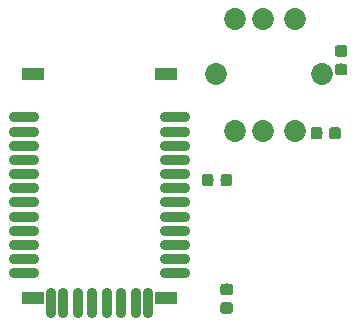
<source format=gbs>
G04 #@! TF.GenerationSoftware,KiCad,Pcbnew,(5.0.2)-1*
G04 #@! TF.CreationDate,2019-05-31T16:15:03-05:00*
G04 #@! TF.ProjectId,ppg,7070672e-6b69-4636-9164-5f7063625858,V01*
G04 #@! TF.SameCoordinates,Original*
G04 #@! TF.FileFunction,Soldermask,Bot*
G04 #@! TF.FilePolarity,Negative*
%FSLAX46Y46*%
G04 Gerber Fmt 4.6, Leading zero omitted, Abs format (unit mm)*
G04 Created by KiCad (PCBNEW (5.0.2)-1) date 5/31/2019 4:15:03 PM*
%MOMM*%
%LPD*%
G01*
G04 APERTURE LIST*
%ADD10C,0.100000*%
%ADD11C,0.976600*%
%ADD12O,2.601600X0.901600*%
%ADD13O,0.901600X2.601600*%
%ADD14R,1.901600X1.101600*%
%ADD15C,1.851600*%
G04 APERTURE END LIST*
D10*
G04 #@! TO.C,C1*
G36*
X125235581Y-117717876D02*
X125259281Y-117721391D01*
X125282523Y-117727213D01*
X125305082Y-117735285D01*
X125326742Y-117745529D01*
X125347292Y-117757847D01*
X125366537Y-117772119D01*
X125384290Y-117788210D01*
X125400381Y-117805963D01*
X125414653Y-117825208D01*
X125426971Y-117845758D01*
X125437215Y-117867418D01*
X125445287Y-117889977D01*
X125451109Y-117913219D01*
X125454624Y-117936919D01*
X125455800Y-117960850D01*
X125455800Y-118449150D01*
X125454624Y-118473081D01*
X125451109Y-118496781D01*
X125445287Y-118520023D01*
X125437215Y-118542582D01*
X125426971Y-118564242D01*
X125414653Y-118584792D01*
X125400381Y-118604037D01*
X125384290Y-118621790D01*
X125366537Y-118637881D01*
X125347292Y-118652153D01*
X125326742Y-118664471D01*
X125305082Y-118674715D01*
X125282523Y-118682787D01*
X125259281Y-118688609D01*
X125235581Y-118692124D01*
X125211650Y-118693300D01*
X124648350Y-118693300D01*
X124624419Y-118692124D01*
X124600719Y-118688609D01*
X124577477Y-118682787D01*
X124554918Y-118674715D01*
X124533258Y-118664471D01*
X124512708Y-118652153D01*
X124493463Y-118637881D01*
X124475710Y-118621790D01*
X124459619Y-118604037D01*
X124445347Y-118584792D01*
X124433029Y-118564242D01*
X124422785Y-118542582D01*
X124414713Y-118520023D01*
X124408891Y-118496781D01*
X124405376Y-118473081D01*
X124404200Y-118449150D01*
X124404200Y-117960850D01*
X124405376Y-117936919D01*
X124408891Y-117913219D01*
X124414713Y-117889977D01*
X124422785Y-117867418D01*
X124433029Y-117845758D01*
X124445347Y-117825208D01*
X124459619Y-117805963D01*
X124475710Y-117788210D01*
X124493463Y-117772119D01*
X124512708Y-117757847D01*
X124533258Y-117745529D01*
X124554918Y-117735285D01*
X124577477Y-117727213D01*
X124600719Y-117721391D01*
X124624419Y-117717876D01*
X124648350Y-117716700D01*
X125211650Y-117716700D01*
X125235581Y-117717876D01*
X125235581Y-117717876D01*
G37*
D11*
X124930000Y-118205000D03*
D10*
G36*
X125235581Y-116142876D02*
X125259281Y-116146391D01*
X125282523Y-116152213D01*
X125305082Y-116160285D01*
X125326742Y-116170529D01*
X125347292Y-116182847D01*
X125366537Y-116197119D01*
X125384290Y-116213210D01*
X125400381Y-116230963D01*
X125414653Y-116250208D01*
X125426971Y-116270758D01*
X125437215Y-116292418D01*
X125445287Y-116314977D01*
X125451109Y-116338219D01*
X125454624Y-116361919D01*
X125455800Y-116385850D01*
X125455800Y-116874150D01*
X125454624Y-116898081D01*
X125451109Y-116921781D01*
X125445287Y-116945023D01*
X125437215Y-116967582D01*
X125426971Y-116989242D01*
X125414653Y-117009792D01*
X125400381Y-117029037D01*
X125384290Y-117046790D01*
X125366537Y-117062881D01*
X125347292Y-117077153D01*
X125326742Y-117089471D01*
X125305082Y-117099715D01*
X125282523Y-117107787D01*
X125259281Y-117113609D01*
X125235581Y-117117124D01*
X125211650Y-117118300D01*
X124648350Y-117118300D01*
X124624419Y-117117124D01*
X124600719Y-117113609D01*
X124577477Y-117107787D01*
X124554918Y-117099715D01*
X124533258Y-117089471D01*
X124512708Y-117077153D01*
X124493463Y-117062881D01*
X124475710Y-117046790D01*
X124459619Y-117029037D01*
X124445347Y-117009792D01*
X124433029Y-116989242D01*
X124422785Y-116967582D01*
X124414713Y-116945023D01*
X124408891Y-116921781D01*
X124405376Y-116898081D01*
X124404200Y-116874150D01*
X124404200Y-116385850D01*
X124405376Y-116361919D01*
X124408891Y-116338219D01*
X124414713Y-116314977D01*
X124422785Y-116292418D01*
X124433029Y-116270758D01*
X124445347Y-116250208D01*
X124459619Y-116230963D01*
X124475710Y-116213210D01*
X124493463Y-116197119D01*
X124512708Y-116182847D01*
X124533258Y-116170529D01*
X124554918Y-116160285D01*
X124577477Y-116152213D01*
X124600719Y-116146391D01*
X124624419Y-116142876D01*
X124648350Y-116141700D01*
X125211650Y-116141700D01*
X125235581Y-116142876D01*
X125235581Y-116142876D01*
G37*
D11*
X124930000Y-116630000D03*
G04 #@! TD*
D10*
G04 #@! TO.C,C4*
G36*
X134935581Y-95947876D02*
X134959281Y-95951391D01*
X134982523Y-95957213D01*
X135005082Y-95965285D01*
X135026742Y-95975529D01*
X135047292Y-95987847D01*
X135066537Y-96002119D01*
X135084290Y-96018210D01*
X135100381Y-96035963D01*
X135114653Y-96055208D01*
X135126971Y-96075758D01*
X135137215Y-96097418D01*
X135145287Y-96119977D01*
X135151109Y-96143219D01*
X135154624Y-96166919D01*
X135155800Y-96190850D01*
X135155800Y-96679150D01*
X135154624Y-96703081D01*
X135151109Y-96726781D01*
X135145287Y-96750023D01*
X135137215Y-96772582D01*
X135126971Y-96794242D01*
X135114653Y-96814792D01*
X135100381Y-96834037D01*
X135084290Y-96851790D01*
X135066537Y-96867881D01*
X135047292Y-96882153D01*
X135026742Y-96894471D01*
X135005082Y-96904715D01*
X134982523Y-96912787D01*
X134959281Y-96918609D01*
X134935581Y-96922124D01*
X134911650Y-96923300D01*
X134348350Y-96923300D01*
X134324419Y-96922124D01*
X134300719Y-96918609D01*
X134277477Y-96912787D01*
X134254918Y-96904715D01*
X134233258Y-96894471D01*
X134212708Y-96882153D01*
X134193463Y-96867881D01*
X134175710Y-96851790D01*
X134159619Y-96834037D01*
X134145347Y-96814792D01*
X134133029Y-96794242D01*
X134122785Y-96772582D01*
X134114713Y-96750023D01*
X134108891Y-96726781D01*
X134105376Y-96703081D01*
X134104200Y-96679150D01*
X134104200Y-96190850D01*
X134105376Y-96166919D01*
X134108891Y-96143219D01*
X134114713Y-96119977D01*
X134122785Y-96097418D01*
X134133029Y-96075758D01*
X134145347Y-96055208D01*
X134159619Y-96035963D01*
X134175710Y-96018210D01*
X134193463Y-96002119D01*
X134212708Y-95987847D01*
X134233258Y-95975529D01*
X134254918Y-95965285D01*
X134277477Y-95957213D01*
X134300719Y-95951391D01*
X134324419Y-95947876D01*
X134348350Y-95946700D01*
X134911650Y-95946700D01*
X134935581Y-95947876D01*
X134935581Y-95947876D01*
G37*
D11*
X134630000Y-96435000D03*
D10*
G36*
X134935581Y-97522876D02*
X134959281Y-97526391D01*
X134982523Y-97532213D01*
X135005082Y-97540285D01*
X135026742Y-97550529D01*
X135047292Y-97562847D01*
X135066537Y-97577119D01*
X135084290Y-97593210D01*
X135100381Y-97610963D01*
X135114653Y-97630208D01*
X135126971Y-97650758D01*
X135137215Y-97672418D01*
X135145287Y-97694977D01*
X135151109Y-97718219D01*
X135154624Y-97741919D01*
X135155800Y-97765850D01*
X135155800Y-98254150D01*
X135154624Y-98278081D01*
X135151109Y-98301781D01*
X135145287Y-98325023D01*
X135137215Y-98347582D01*
X135126971Y-98369242D01*
X135114653Y-98389792D01*
X135100381Y-98409037D01*
X135084290Y-98426790D01*
X135066537Y-98442881D01*
X135047292Y-98457153D01*
X135026742Y-98469471D01*
X135005082Y-98479715D01*
X134982523Y-98487787D01*
X134959281Y-98493609D01*
X134935581Y-98497124D01*
X134911650Y-98498300D01*
X134348350Y-98498300D01*
X134324419Y-98497124D01*
X134300719Y-98493609D01*
X134277477Y-98487787D01*
X134254918Y-98479715D01*
X134233258Y-98469471D01*
X134212708Y-98457153D01*
X134193463Y-98442881D01*
X134175710Y-98426790D01*
X134159619Y-98409037D01*
X134145347Y-98389792D01*
X134133029Y-98369242D01*
X134122785Y-98347582D01*
X134114713Y-98325023D01*
X134108891Y-98301781D01*
X134105376Y-98278081D01*
X134104200Y-98254150D01*
X134104200Y-97765850D01*
X134105376Y-97741919D01*
X134108891Y-97718219D01*
X134114713Y-97694977D01*
X134122785Y-97672418D01*
X134133029Y-97650758D01*
X134145347Y-97630208D01*
X134159619Y-97610963D01*
X134175710Y-97593210D01*
X134193463Y-97577119D01*
X134212708Y-97562847D01*
X134233258Y-97550529D01*
X134254918Y-97540285D01*
X134277477Y-97532213D01*
X134300719Y-97526391D01*
X134324419Y-97522876D01*
X134348350Y-97521700D01*
X134911650Y-97521700D01*
X134935581Y-97522876D01*
X134935581Y-97522876D01*
G37*
D11*
X134630000Y-98010000D03*
G04 #@! TD*
D10*
G04 #@! TO.C,C5*
G36*
X134383081Y-102885376D02*
X134406781Y-102888891D01*
X134430023Y-102894713D01*
X134452582Y-102902785D01*
X134474242Y-102913029D01*
X134494792Y-102925347D01*
X134514037Y-102939619D01*
X134531790Y-102955710D01*
X134547881Y-102973463D01*
X134562153Y-102992708D01*
X134574471Y-103013258D01*
X134584715Y-103034918D01*
X134592787Y-103057477D01*
X134598609Y-103080719D01*
X134602124Y-103104419D01*
X134603300Y-103128350D01*
X134603300Y-103691650D01*
X134602124Y-103715581D01*
X134598609Y-103739281D01*
X134592787Y-103762523D01*
X134584715Y-103785082D01*
X134574471Y-103806742D01*
X134562153Y-103827292D01*
X134547881Y-103846537D01*
X134531790Y-103864290D01*
X134514037Y-103880381D01*
X134494792Y-103894653D01*
X134474242Y-103906971D01*
X134452582Y-103917215D01*
X134430023Y-103925287D01*
X134406781Y-103931109D01*
X134383081Y-103934624D01*
X134359150Y-103935800D01*
X133870850Y-103935800D01*
X133846919Y-103934624D01*
X133823219Y-103931109D01*
X133799977Y-103925287D01*
X133777418Y-103917215D01*
X133755758Y-103906971D01*
X133735208Y-103894653D01*
X133715963Y-103880381D01*
X133698210Y-103864290D01*
X133682119Y-103846537D01*
X133667847Y-103827292D01*
X133655529Y-103806742D01*
X133645285Y-103785082D01*
X133637213Y-103762523D01*
X133631391Y-103739281D01*
X133627876Y-103715581D01*
X133626700Y-103691650D01*
X133626700Y-103128350D01*
X133627876Y-103104419D01*
X133631391Y-103080719D01*
X133637213Y-103057477D01*
X133645285Y-103034918D01*
X133655529Y-103013258D01*
X133667847Y-102992708D01*
X133682119Y-102973463D01*
X133698210Y-102955710D01*
X133715963Y-102939619D01*
X133735208Y-102925347D01*
X133755758Y-102913029D01*
X133777418Y-102902785D01*
X133799977Y-102894713D01*
X133823219Y-102888891D01*
X133846919Y-102885376D01*
X133870850Y-102884200D01*
X134359150Y-102884200D01*
X134383081Y-102885376D01*
X134383081Y-102885376D01*
G37*
D11*
X134115000Y-103410000D03*
D10*
G36*
X132808081Y-102885376D02*
X132831781Y-102888891D01*
X132855023Y-102894713D01*
X132877582Y-102902785D01*
X132899242Y-102913029D01*
X132919792Y-102925347D01*
X132939037Y-102939619D01*
X132956790Y-102955710D01*
X132972881Y-102973463D01*
X132987153Y-102992708D01*
X132999471Y-103013258D01*
X133009715Y-103034918D01*
X133017787Y-103057477D01*
X133023609Y-103080719D01*
X133027124Y-103104419D01*
X133028300Y-103128350D01*
X133028300Y-103691650D01*
X133027124Y-103715581D01*
X133023609Y-103739281D01*
X133017787Y-103762523D01*
X133009715Y-103785082D01*
X132999471Y-103806742D01*
X132987153Y-103827292D01*
X132972881Y-103846537D01*
X132956790Y-103864290D01*
X132939037Y-103880381D01*
X132919792Y-103894653D01*
X132899242Y-103906971D01*
X132877582Y-103917215D01*
X132855023Y-103925287D01*
X132831781Y-103931109D01*
X132808081Y-103934624D01*
X132784150Y-103935800D01*
X132295850Y-103935800D01*
X132271919Y-103934624D01*
X132248219Y-103931109D01*
X132224977Y-103925287D01*
X132202418Y-103917215D01*
X132180758Y-103906971D01*
X132160208Y-103894653D01*
X132140963Y-103880381D01*
X132123210Y-103864290D01*
X132107119Y-103846537D01*
X132092847Y-103827292D01*
X132080529Y-103806742D01*
X132070285Y-103785082D01*
X132062213Y-103762523D01*
X132056391Y-103739281D01*
X132052876Y-103715581D01*
X132051700Y-103691650D01*
X132051700Y-103128350D01*
X132052876Y-103104419D01*
X132056391Y-103080719D01*
X132062213Y-103057477D01*
X132070285Y-103034918D01*
X132080529Y-103013258D01*
X132092847Y-102992708D01*
X132107119Y-102973463D01*
X132123210Y-102955710D01*
X132140963Y-102939619D01*
X132160208Y-102925347D01*
X132180758Y-102913029D01*
X132202418Y-102902785D01*
X132224977Y-102894713D01*
X132248219Y-102888891D01*
X132271919Y-102885376D01*
X132295850Y-102884200D01*
X132784150Y-102884200D01*
X132808081Y-102885376D01*
X132808081Y-102885376D01*
G37*
D11*
X132540000Y-103410000D03*
G04 #@! TD*
D10*
G04 #@! TO.C,R1*
G36*
X123590581Y-106855376D02*
X123614281Y-106858891D01*
X123637523Y-106864713D01*
X123660082Y-106872785D01*
X123681742Y-106883029D01*
X123702292Y-106895347D01*
X123721537Y-106909619D01*
X123739290Y-106925710D01*
X123755381Y-106943463D01*
X123769653Y-106962708D01*
X123781971Y-106983258D01*
X123792215Y-107004918D01*
X123800287Y-107027477D01*
X123806109Y-107050719D01*
X123809624Y-107074419D01*
X123810800Y-107098350D01*
X123810800Y-107661650D01*
X123809624Y-107685581D01*
X123806109Y-107709281D01*
X123800287Y-107732523D01*
X123792215Y-107755082D01*
X123781971Y-107776742D01*
X123769653Y-107797292D01*
X123755381Y-107816537D01*
X123739290Y-107834290D01*
X123721537Y-107850381D01*
X123702292Y-107864653D01*
X123681742Y-107876971D01*
X123660082Y-107887215D01*
X123637523Y-107895287D01*
X123614281Y-107901109D01*
X123590581Y-107904624D01*
X123566650Y-107905800D01*
X123078350Y-107905800D01*
X123054419Y-107904624D01*
X123030719Y-107901109D01*
X123007477Y-107895287D01*
X122984918Y-107887215D01*
X122963258Y-107876971D01*
X122942708Y-107864653D01*
X122923463Y-107850381D01*
X122905710Y-107834290D01*
X122889619Y-107816537D01*
X122875347Y-107797292D01*
X122863029Y-107776742D01*
X122852785Y-107755082D01*
X122844713Y-107732523D01*
X122838891Y-107709281D01*
X122835376Y-107685581D01*
X122834200Y-107661650D01*
X122834200Y-107098350D01*
X122835376Y-107074419D01*
X122838891Y-107050719D01*
X122844713Y-107027477D01*
X122852785Y-107004918D01*
X122863029Y-106983258D01*
X122875347Y-106962708D01*
X122889619Y-106943463D01*
X122905710Y-106925710D01*
X122923463Y-106909619D01*
X122942708Y-106895347D01*
X122963258Y-106883029D01*
X122984918Y-106872785D01*
X123007477Y-106864713D01*
X123030719Y-106858891D01*
X123054419Y-106855376D01*
X123078350Y-106854200D01*
X123566650Y-106854200D01*
X123590581Y-106855376D01*
X123590581Y-106855376D01*
G37*
D11*
X123322500Y-107380000D03*
D10*
G36*
X125165581Y-106855376D02*
X125189281Y-106858891D01*
X125212523Y-106864713D01*
X125235082Y-106872785D01*
X125256742Y-106883029D01*
X125277292Y-106895347D01*
X125296537Y-106909619D01*
X125314290Y-106925710D01*
X125330381Y-106943463D01*
X125344653Y-106962708D01*
X125356971Y-106983258D01*
X125367215Y-107004918D01*
X125375287Y-107027477D01*
X125381109Y-107050719D01*
X125384624Y-107074419D01*
X125385800Y-107098350D01*
X125385800Y-107661650D01*
X125384624Y-107685581D01*
X125381109Y-107709281D01*
X125375287Y-107732523D01*
X125367215Y-107755082D01*
X125356971Y-107776742D01*
X125344653Y-107797292D01*
X125330381Y-107816537D01*
X125314290Y-107834290D01*
X125296537Y-107850381D01*
X125277292Y-107864653D01*
X125256742Y-107876971D01*
X125235082Y-107887215D01*
X125212523Y-107895287D01*
X125189281Y-107901109D01*
X125165581Y-107904624D01*
X125141650Y-107905800D01*
X124653350Y-107905800D01*
X124629419Y-107904624D01*
X124605719Y-107901109D01*
X124582477Y-107895287D01*
X124559918Y-107887215D01*
X124538258Y-107876971D01*
X124517708Y-107864653D01*
X124498463Y-107850381D01*
X124480710Y-107834290D01*
X124464619Y-107816537D01*
X124450347Y-107797292D01*
X124438029Y-107776742D01*
X124427785Y-107755082D01*
X124419713Y-107732523D01*
X124413891Y-107709281D01*
X124410376Y-107685581D01*
X124409200Y-107661650D01*
X124409200Y-107098350D01*
X124410376Y-107074419D01*
X124413891Y-107050719D01*
X124419713Y-107027477D01*
X124427785Y-107004918D01*
X124438029Y-106983258D01*
X124450347Y-106962708D01*
X124464619Y-106943463D01*
X124480710Y-106925710D01*
X124498463Y-106909619D01*
X124517708Y-106895347D01*
X124538258Y-106883029D01*
X124559918Y-106872785D01*
X124582477Y-106864713D01*
X124605719Y-106858891D01*
X124629419Y-106855376D01*
X124653350Y-106854200D01*
X125141650Y-106854200D01*
X125165581Y-106855376D01*
X125165581Y-106855376D01*
G37*
D11*
X124897500Y-107380000D03*
G04 #@! TD*
D12*
G04 #@! TO.C,U1*
X120560000Y-102070000D03*
X120560000Y-103270000D03*
X120560000Y-104470000D03*
X120560000Y-105670000D03*
X120560000Y-106870000D03*
X120560000Y-108070000D03*
X120560000Y-109270000D03*
X120560000Y-110470000D03*
X120560000Y-111670000D03*
X120560000Y-112870000D03*
X120560000Y-114070000D03*
X120560000Y-115270000D03*
D13*
X118260000Y-117770000D03*
X117260000Y-117770000D03*
X115960000Y-117770000D03*
X114760000Y-117770000D03*
X113560000Y-117770000D03*
X112360000Y-117770000D03*
X111060000Y-117770000D03*
X110060000Y-117770000D03*
D12*
X107760000Y-115270000D03*
X107760000Y-114070000D03*
X107760000Y-112870000D03*
X107760000Y-111670000D03*
X107760000Y-110470000D03*
X107760000Y-109270000D03*
X107760000Y-108070000D03*
X107760000Y-106870000D03*
X107760000Y-105670000D03*
X107760000Y-104470000D03*
X107760000Y-103270000D03*
X107760000Y-102070000D03*
D14*
X119760000Y-117370000D03*
X108560000Y-117370000D03*
X108560000Y-98370000D03*
X119760000Y-98370000D03*
G04 #@! TD*
D15*
G04 #@! TO.C,U3*
X125651000Y-103226000D03*
X128016000Y-103226000D03*
X130716000Y-103226000D03*
X124026000Y-98351000D03*
X133026000Y-98351000D03*
X125651000Y-93726000D03*
X128016000Y-93726000D03*
X130716000Y-93726000D03*
G04 #@! TD*
M02*

</source>
